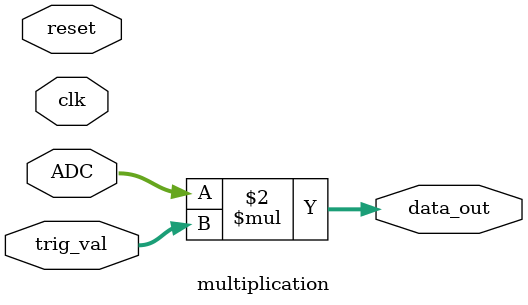
<source format=v>
module multiplication( clk, reset, ADC, trig_val, data_out);
	input clk, reset;
	input [31:0] ADC, trig_val;
	output reg signed [31:0] data_out;
	
	always @(*) begin
		data_out = ADC*trig_val;
	end
endmodule




</source>
